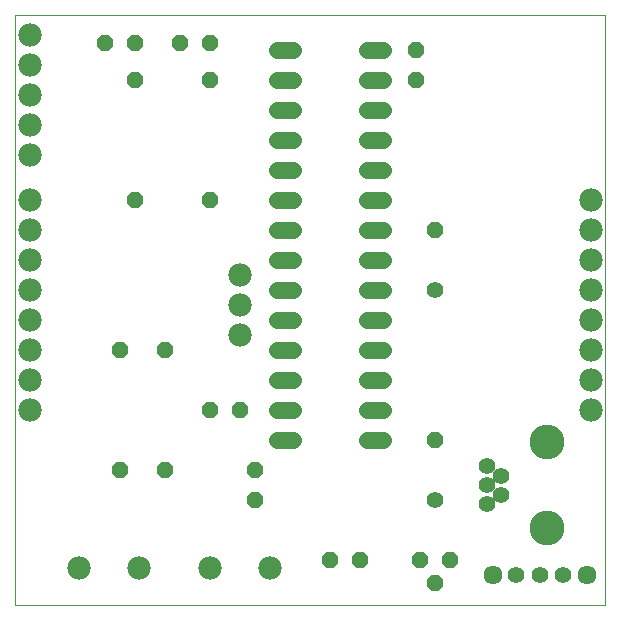
<source format=gbs>
G75*
%MOIN*%
%OFA0B0*%
%FSLAX25Y25*%
%IPPOS*%
%LPD*%
%AMOC8*
5,1,8,0,0,1.08239X$1,22.5*
%
%ADD10C,0.00000*%
%ADD11OC8,0.05600*%
%ADD12C,0.05600*%
%ADD13C,0.07800*%
%ADD14C,0.05550*%
%ADD15C,0.11620*%
%ADD16C,0.06337*%
%ADD17C,0.05600*%
D10*
X0006800Y0007548D02*
X0006800Y0204398D01*
X0203650Y0204398D01*
X0203650Y0007548D01*
X0006800Y0007548D01*
D11*
X0041800Y0052548D03*
X0056800Y0052548D03*
X0071800Y0072548D03*
X0081800Y0072548D03*
X0086800Y0052548D03*
X0086800Y0042548D03*
X0111800Y0022548D03*
X0121800Y0022548D03*
X0141800Y0022548D03*
X0146800Y0015048D03*
X0151800Y0022548D03*
X0146800Y0062548D03*
X0146800Y0132548D03*
X0140550Y0182548D03*
X0140550Y0192548D03*
X0071800Y0195048D03*
X0061800Y0195048D03*
X0071800Y0182548D03*
X0046800Y0182548D03*
X0046800Y0195048D03*
X0036800Y0195048D03*
X0046800Y0142548D03*
X0071800Y0142548D03*
X0056800Y0092548D03*
X0041800Y0092548D03*
D12*
X0094200Y0092548D02*
X0099400Y0092548D01*
X0099400Y0102548D02*
X0094200Y0102548D01*
X0094200Y0112548D02*
X0099400Y0112548D01*
X0099400Y0122548D02*
X0094200Y0122548D01*
X0094200Y0132548D02*
X0099400Y0132548D01*
X0099400Y0142548D02*
X0094200Y0142548D01*
X0094200Y0152548D02*
X0099400Y0152548D01*
X0099400Y0162548D02*
X0094200Y0162548D01*
X0094200Y0172548D02*
X0099400Y0172548D01*
X0099400Y0182548D02*
X0094200Y0182548D01*
X0094200Y0192548D02*
X0099400Y0192548D01*
X0124200Y0192548D02*
X0129400Y0192548D01*
X0129400Y0182548D02*
X0124200Y0182548D01*
X0124200Y0172548D02*
X0129400Y0172548D01*
X0129400Y0162548D02*
X0124200Y0162548D01*
X0124200Y0152548D02*
X0129400Y0152548D01*
X0129400Y0142548D02*
X0124200Y0142548D01*
X0124200Y0132548D02*
X0129400Y0132548D01*
X0129400Y0122548D02*
X0124200Y0122548D01*
X0124200Y0112548D02*
X0129400Y0112548D01*
X0129400Y0102548D02*
X0124200Y0102548D01*
X0124200Y0092548D02*
X0129400Y0092548D01*
X0129400Y0082548D02*
X0124200Y0082548D01*
X0124200Y0072548D02*
X0129400Y0072548D01*
X0129400Y0062548D02*
X0124200Y0062548D01*
X0099400Y0062548D02*
X0094200Y0062548D01*
X0094200Y0072548D02*
X0099400Y0072548D01*
X0099400Y0082548D02*
X0094200Y0082548D01*
D13*
X0081800Y0097548D03*
X0081800Y0107548D03*
X0081800Y0117548D03*
X0011800Y0112548D03*
X0011800Y0102548D03*
X0011800Y0092548D03*
X0011800Y0082548D03*
X0011800Y0072548D03*
X0011800Y0122548D03*
X0011800Y0132548D03*
X0011800Y0142548D03*
X0011800Y0157548D03*
X0011800Y0167548D03*
X0011800Y0177548D03*
X0011800Y0187548D03*
X0011800Y0197548D03*
X0028050Y0020048D03*
X0048050Y0020048D03*
X0071800Y0020048D03*
X0091800Y0020048D03*
X0198800Y0072548D03*
X0198800Y0082548D03*
X0198800Y0092548D03*
X0198800Y0102548D03*
X0198800Y0112548D03*
X0198800Y0122548D03*
X0198800Y0132548D03*
X0198800Y0142548D03*
D14*
X0164221Y0053847D03*
X0168946Y0050698D03*
X0164221Y0047548D03*
X0168946Y0044398D03*
X0164221Y0041249D03*
X0173926Y0017548D03*
X0181800Y0017548D03*
X0189674Y0017548D03*
D15*
X0184300Y0033178D03*
X0184300Y0061918D03*
D16*
X0197548Y0017548D03*
X0166052Y0017548D03*
D17*
X0146800Y0042548D03*
X0146800Y0112548D03*
M02*

</source>
